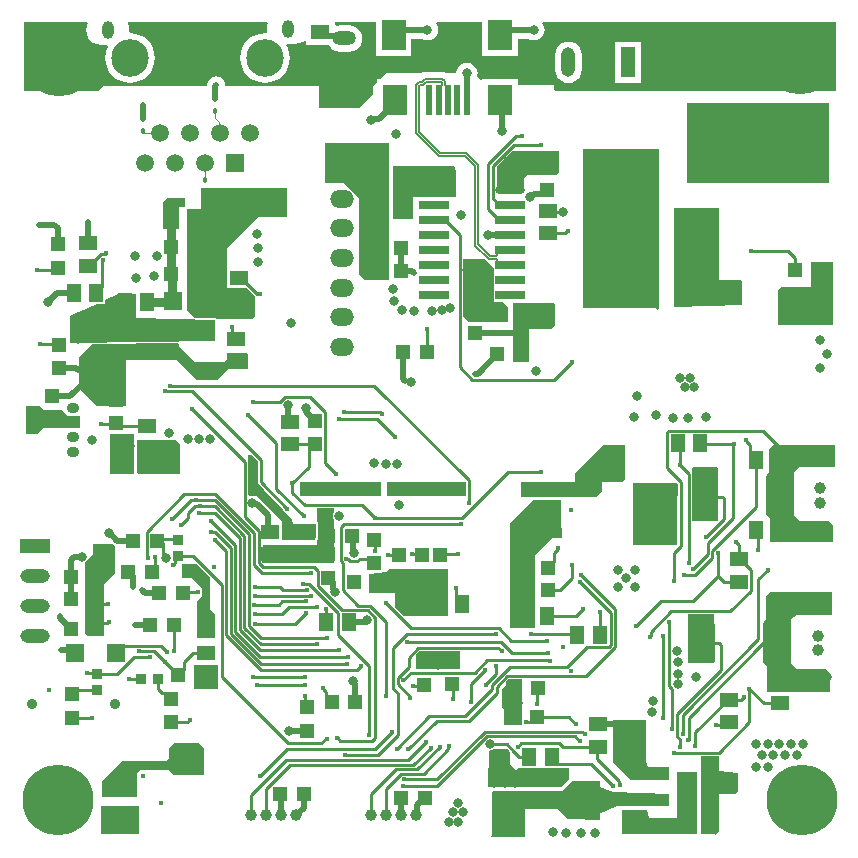
<source format=gbl>
G04*
G04 #@! TF.GenerationSoftware,Altium Limited,Altium Designer,20.0.2 (26)*
G04*
G04 Layer_Physical_Order=4*
G04 Layer_Color=16711680*
%FSLAX25Y25*%
%MOIN*%
G70*
G01*
G75*
%ADD12C,0.01000*%
%ADD27R,0.05000X0.05000*%
%ADD28R,0.05000X0.05000*%
%ADD29R,0.03500X0.03500*%
%ADD30R,0.03500X0.03500*%
%ADD31R,0.01968X0.09843*%
%ADD33R,0.05118X0.05906*%
%ADD34R,0.09449X0.12992*%
%ADD35R,0.09449X0.03937*%
%ADD37R,0.06000X0.06000*%
%ADD38R,0.15000X0.04331*%
%ADD42R,0.05906X0.05118*%
%ADD68R,0.07874X0.09843*%
%ADD71R,0.24000X0.04724*%
%ADD120C,0.05906*%
%ADD129R,0.05906X0.05906*%
%ADD130C,0.12520*%
%ADD139C,0.02000*%
%ADD140C,0.00439*%
%ADD141C,0.00569*%
%ADD148C,0.23622*%
%ADD149R,0.04724X0.09843*%
%ADD150O,0.04724X0.09843*%
%ADD151C,0.03937*%
%ADD152O,0.04134X0.03543*%
%ADD153C,0.03543*%
%ADD154R,0.09843X0.04724*%
%ADD155O,0.09843X0.04724*%
%ADD156O,0.03937X0.06000*%
%ADD157O,0.07874X0.04724*%
%ADD158O,0.07874X0.05906*%
%ADD159C,0.01772*%
%ADD160C,0.03150*%
%ADD161C,0.01772*%
%ADD174R,0.06000X0.06000*%
%ADD175R,0.08000X0.12500*%
%ADD176O,0.09843X0.02500*%
%ADD177R,0.09843X0.02500*%
G04:AMPARAMS|DCode=178|XSize=19.29mil|YSize=11.81mil|CornerRadius=1.48mil|HoleSize=0mil|Usage=FLASHONLY|Rotation=90.000|XOffset=0mil|YOffset=0mil|HoleType=Round|Shape=RoundedRectangle|*
%AMROUNDEDRECTD178*
21,1,0.01929,0.00886,0,0,90.0*
21,1,0.01634,0.01181,0,0,90.0*
1,1,0.00295,0.00443,0.00817*
1,1,0.00295,0.00443,-0.00817*
1,1,0.00295,-0.00443,-0.00817*
1,1,0.00295,-0.00443,0.00817*
%
%ADD178ROUNDEDRECTD178*%
%ADD179C,0.03000*%
%ADD180R,0.07600X0.04800*%
%ADD181R,0.08000X0.04900*%
%ADD182R,0.08300X0.08200*%
%ADD183R,0.12800X0.09300*%
%ADD184R,0.08300X0.13200*%
%ADD185R,0.15100X0.20900*%
%ADD186R,0.47500X0.26800*%
G36*
X234196Y247400D02*
X141000Y247400D01*
X140100Y248300D01*
X140400Y248600D01*
Y249600D01*
X128228D01*
Y251390D01*
X116417D01*
Y251390D01*
X116059Y251241D01*
X114761Y252539D01*
X114874Y253400D01*
X114752Y254325D01*
X114395Y255187D01*
X113827Y255927D01*
X113087Y256495D01*
X112225Y256852D01*
X111300Y256974D01*
X110375Y256852D01*
X109513Y256495D01*
X108773Y255927D01*
X108205Y255187D01*
X107848Y254325D01*
X107753Y253600D01*
X104074D01*
X103879Y253730D01*
X103000Y253905D01*
X97282D01*
X96403Y253730D01*
X96208Y253600D01*
X84600D01*
X82390Y251390D01*
X81378D01*
Y250378D01*
X80000Y249000D01*
Y246300D01*
X75500Y241800D01*
X62100D01*
Y249025D01*
X31123D01*
X30794Y249400D01*
X30692Y250175D01*
X30393Y250897D01*
X29917Y251517D01*
X29297Y251993D01*
X28575Y252292D01*
X27800Y252394D01*
X27025Y252292D01*
X26303Y251993D01*
X25683Y251517D01*
X25383Y251217D01*
X24907Y250597D01*
X24608Y249875D01*
X24506Y249100D01*
Y249025D01*
X-9975D01*
X-11600Y247400D01*
X-36483D01*
Y270583D01*
X-15307Y270583D01*
X-15054Y270083D01*
X-15480Y269056D01*
X-15649Y267772D01*
X-15480Y266487D01*
X-14984Y265290D01*
X-14195Y264262D01*
X-13167Y263473D01*
X-11970Y262977D01*
X-10685Y262808D01*
X-8716D01*
X-8602Y262793D01*
X-8339Y262408D01*
X-8310Y262280D01*
X-8639Y261664D01*
X-9109Y260113D01*
X-9268Y258500D01*
X-9109Y256887D01*
X-8639Y255336D01*
X-7875Y253906D01*
X-6847Y252654D01*
X-5593Y251625D01*
X-4164Y250861D01*
X-2613Y250391D01*
X-1000Y250232D01*
X613Y250391D01*
X2164Y250861D01*
X3593Y251625D01*
X4846Y252654D01*
X5875Y253906D01*
X6639Y255336D01*
X7109Y256887D01*
X7268Y258500D01*
X7109Y260113D01*
X6639Y261664D01*
X5875Y263093D01*
X4846Y264347D01*
X3593Y265375D01*
X2164Y266139D01*
X613Y266609D01*
X-824Y266751D01*
X-1273Y267168D01*
X-1194Y267772D01*
X-1363Y269056D01*
X-1788Y270083D01*
X-1535Y270583D01*
X44776Y270583D01*
X45054Y270167D01*
X44757Y269450D01*
X44587Y268165D01*
X44714Y267200D01*
X44306Y266738D01*
X44000Y266768D01*
X42387Y266609D01*
X40836Y266139D01*
X39406Y265375D01*
X38153Y264347D01*
X37125Y263093D01*
X36361Y261664D01*
X35891Y260113D01*
X35732Y258500D01*
X35891Y256887D01*
X36361Y255336D01*
X37125Y253906D01*
X38153Y252654D01*
X39406Y251625D01*
X40836Y250861D01*
X42387Y250391D01*
X44000Y250232D01*
X45613Y250391D01*
X47164Y250861D01*
X48594Y251625D01*
X49847Y252654D01*
X50875Y253906D01*
X51639Y255336D01*
X52109Y256887D01*
X52268Y258500D01*
X52109Y260113D01*
X51639Y261664D01*
X51084Y262702D01*
X51384Y263202D01*
X51521D01*
X51815Y263163D01*
X52109Y263202D01*
X54079D01*
X55364Y263371D01*
X56561Y263867D01*
X57130Y264304D01*
X57578Y264082D01*
Y262712D01*
X63864D01*
X64059Y262687D01*
X65241D01*
X65837Y261911D01*
X66741Y261217D01*
X67795Y260781D01*
X68925Y260632D01*
X72075D01*
X73205Y260781D01*
X74259Y261217D01*
X75164Y261911D01*
X75858Y262816D01*
X76294Y263870D01*
X76443Y265000D01*
X76294Y266130D01*
X75858Y267184D01*
X75164Y268089D01*
X74259Y268783D01*
X73205Y269219D01*
X72075Y269368D01*
X68925D01*
X67921Y269236D01*
X67421Y269537D01*
Y270583D01*
X80984D01*
Y259264D01*
X92795D01*
Y264906D01*
X96249D01*
X96380Y264805D01*
X97242Y264448D01*
X98167Y264326D01*
X99092Y264448D01*
X99954Y264805D01*
X100694Y265373D01*
X101262Y266113D01*
X101619Y266975D01*
X101741Y267900D01*
X101619Y268825D01*
X101262Y269687D01*
X100958Y270083D01*
X101205Y270583D01*
X116417D01*
Y259264D01*
X128228D01*
Y264906D01*
X131682D01*
X131813Y264805D01*
X132675Y264448D01*
X133600Y264326D01*
X134525Y264448D01*
X135387Y264805D01*
X136127Y265373D01*
X136695Y266113D01*
X137052Y266975D01*
X137174Y267900D01*
X137052Y268825D01*
X136695Y269687D01*
X136391Y270083D01*
X136638Y270583D01*
X234196Y270583D01*
Y247400D01*
D02*
G37*
G36*
X142000Y220600D02*
X140900Y219500D01*
X131400D01*
X130500Y218600D01*
Y213600D01*
X130400Y213500D01*
X121300D01*
Y222399D01*
X126401Y227500D01*
X142000D01*
Y220600D01*
D02*
G37*
G36*
X107600Y220871D02*
Y212000D01*
X93300Y212000D01*
X93300Y204800D01*
X86600Y204800D01*
Y222600D01*
X106900D01*
X107600Y220871D01*
D02*
G37*
G36*
X17300Y211800D02*
Y208700D01*
X15200D01*
Y201500D01*
X10100Y201500D01*
X10100Y210100D01*
X11200Y211900D01*
X17200D01*
X17300Y211800D01*
D02*
G37*
G36*
X85300Y223700D02*
Y221400D01*
Y184500D01*
X77200D01*
X75300Y186400D01*
Y211600D01*
X75400Y211700D01*
X70200Y216900D01*
X64000Y216900D01*
X64000Y230300D01*
X85300Y230300D01*
Y223700D01*
D02*
G37*
G36*
X195500Y190800D02*
X195300Y190600D01*
Y184600D01*
X202400D01*
X203000Y184000D01*
Y176200D01*
X202900Y176100D01*
X180657Y175608D01*
X180300Y175958D01*
Y207400D01*
Y208600D01*
X195500D01*
Y190800D01*
D02*
G37*
G36*
X165000Y228200D02*
X175200D01*
Y174807D01*
X174771Y174529D01*
X174300Y175000D01*
X150100D01*
Y228300D01*
X164900D01*
X165000Y228200D01*
D02*
G37*
G36*
X51400Y213400D02*
Y213000D01*
Y205500D01*
X41900D01*
X31500Y195100D01*
Y181800D01*
X37893D01*
X40566Y179127D01*
X40800Y178970D01*
Y172600D01*
X39700Y171500D01*
X27840D01*
X27808Y171580D01*
X27707Y171625D01*
X27630Y171704D01*
X27525Y171705D01*
X27429Y171747D01*
X20497Y171903D01*
X17900Y174500D01*
Y207300D01*
X18000Y207400D01*
X18100Y208300D01*
X22800D01*
Y215300D01*
X51400D01*
Y213400D01*
D02*
G37*
G36*
X120374Y188426D02*
Y187652D01*
X120500D01*
Y186152D01*
X120374D01*
Y182652D01*
X120500D01*
Y181152D01*
X120374D01*
Y177652D01*
X120500D01*
Y177100D01*
X123300D01*
X124900Y175500D01*
Y170600D01*
X111800D01*
X109890Y172510D01*
Y191500D01*
X117300D01*
X120374Y188426D01*
D02*
G37*
G36*
X233500Y190500D02*
X233500Y169500D01*
X215000D01*
Y181000D01*
X216000Y182000D01*
X226000D01*
Y190500D01*
X233500Y190500D01*
D02*
G37*
G36*
X-5000Y179800D02*
X1000D01*
Y171800D01*
X27417Y171206D01*
X27500Y171000D01*
X27500Y164099D01*
X-20545Y163588D01*
X-20900Y163940D01*
Y172311D01*
X-12081Y176547D01*
X-9200D01*
Y177930D01*
X-5100Y179900D01*
X-5000Y179800D01*
D02*
G37*
G36*
X140600Y176545D02*
Y169400D01*
X139500Y168300D01*
X132100D01*
X132100Y157300D01*
X126700Y157300D01*
X126700Y176700D01*
X126741Y176801D01*
X140245Y176898D01*
X140600Y176545D01*
D02*
G37*
G36*
X15500Y163074D02*
X15500Y162500D01*
X20700Y157300D01*
X30700D01*
X31400Y158000D01*
Y160100D01*
X37900D01*
X38300Y159900D01*
Y154900D01*
X31800D01*
X28200Y151300D01*
X21300D01*
X14800Y157800D01*
X-2400D01*
Y142700D01*
X-2500Y142600D01*
X-12100D01*
X-17900Y148400D01*
Y158700D01*
X-13478Y163122D01*
X15145Y163426D01*
X15500Y163074D01*
D02*
G37*
G36*
X-29600Y141000D02*
X-23700D01*
X-21900Y139200D01*
X-17790D01*
Y135455D01*
X-18145Y135103D01*
X-29899Y135201D01*
X-32000Y133100D01*
X-35800D01*
X-35800Y142600D01*
X-31100Y142600D01*
X-29600Y141000D01*
D02*
G37*
G36*
X15600Y129800D02*
Y119900D01*
X1900Y119900D01*
X1400Y120400D01*
Y130900D01*
X1500Y131000D01*
X14400D01*
X15600Y129800D01*
D02*
G37*
G36*
X164000Y118000D02*
X163000Y117000D01*
X156500D01*
Y114000D01*
X154500Y112000D01*
X129500D01*
Y117000D01*
X147500D01*
Y120000D01*
X157000Y129500D01*
X164000D01*
Y118000D01*
D02*
G37*
G36*
X195100Y121900D02*
Y104400D01*
X194900Y104200D01*
X186400D01*
Y121900D01*
X186800Y122300D01*
X194700D01*
X195100Y121900D01*
D02*
G37*
G36*
X41555Y124044D02*
Y117225D01*
X41633Y116835D01*
X41854Y116504D01*
X43600Y114758D01*
Y114400D01*
X50109Y107891D01*
X50195Y107459D01*
X50501Y107001D01*
X50959Y106695D01*
X51391Y106609D01*
X52100Y105900D01*
X53050Y104950D01*
X53400Y103300D01*
X60800D01*
Y99000D01*
X61000Y98800D01*
X60600Y98400D01*
Y97800D01*
X49800D01*
Y104000D01*
X41300Y112500D01*
X39100D01*
X38500Y113100D01*
Y126200D01*
X39399D01*
X41555Y124044D01*
D02*
G37*
G36*
X234000Y122000D02*
X222500D01*
X220500Y120500D01*
Y106000D01*
X222500Y104000D01*
X232000D01*
X233500Y102500D01*
Y97000D01*
X212500D01*
Y105000D01*
X211500Y106000D01*
X211000D01*
Y118833D01*
X212000Y120500D01*
Y128000D01*
X213500Y129500D01*
X234000D01*
Y122000D01*
D02*
G37*
G36*
X67100Y107221D02*
X66691Y106609D01*
X66530Y105800D01*
X66691Y104990D01*
X67100Y104379D01*
X67100Y90000D01*
X43476Y90000D01*
X42957Y90519D01*
X43174Y96100D01*
X61000D01*
X61500Y96600D01*
Y97937D01*
X61700D01*
Y103937D01*
X61500D01*
Y108467D01*
X67100D01*
Y107221D01*
D02*
G37*
G36*
X104900Y72500D02*
X98800D01*
X90500Y72400D01*
X87500Y75400D01*
Y80200D01*
X78800D01*
Y86400D01*
X78841Y86513D01*
X84200Y87000D01*
X85300Y88100D01*
X104900D01*
Y72500D01*
D02*
G37*
G36*
X142800Y101900D02*
X143000Y101700D01*
Y98600D01*
X139900D01*
X134000Y92700D01*
Y68441D01*
X133900Y68400D01*
X125800D01*
Y103600D01*
X133300Y111100D01*
X142800D01*
Y101900D01*
D02*
G37*
G36*
X-6000Y95800D02*
X-6000Y86800D01*
X-9500Y83300D01*
Y66157D01*
X-9857Y65806D01*
X-15200Y65900D01*
X-16100Y66800D01*
Y90344D01*
X-16091Y90346D01*
X-15404Y90804D01*
X-14946Y91490D01*
X-14930Y91570D01*
X-13400Y93100D01*
Y96400D01*
X-6600D01*
X-6000Y95800D01*
D02*
G37*
G36*
X21199Y89900D02*
X25600Y85499D01*
X25600Y74600D01*
X27200Y73000D01*
X27200Y65200D01*
X21500Y65200D01*
X21500Y77400D01*
X23100Y79000D01*
Y80435D01*
X23113Y80500D01*
X23100Y80565D01*
Y81800D01*
X19800Y85100D01*
X16200D01*
Y89900D01*
X21199Y89900D01*
D02*
G37*
G36*
X193800Y56900D02*
X193600Y56700D01*
X185100D01*
Y72995D01*
X193800D01*
Y56900D01*
D02*
G37*
G36*
X108900Y55000D02*
X108545Y54645D01*
X108055D01*
X108000Y54700D01*
X94400D01*
Y59709D01*
X95546Y60855D01*
X108900D01*
Y55000D01*
D02*
G37*
G36*
X233000Y72900D02*
X221500D01*
X219500Y71400D01*
Y56900D01*
X221500Y54900D01*
X231000D01*
X232500Y53400D01*
Y47000D01*
X211500D01*
Y55900D01*
X210500Y56900D01*
X210000D01*
Y69733D01*
X211000Y71400D01*
Y78900D01*
X212500Y80400D01*
X233000D01*
Y72900D01*
D02*
G37*
G36*
X129700Y37919D02*
X129648Y37841D01*
X129540Y37300D01*
X129648Y36759D01*
X129700Y36681D01*
Y36200D01*
X129617Y36000D01*
X123600D01*
Y41500D01*
X122900Y42200D01*
X122900Y48000D01*
X124300Y49400D01*
Y50509D01*
X125111Y51320D01*
X129700D01*
Y37919D01*
D02*
G37*
G36*
X23700Y28500D02*
Y19500D01*
X13700D01*
X11900Y21300D01*
X2600Y21300D01*
X1500Y20200D01*
X1500Y12100D01*
X-5100D01*
X-5200Y12200D01*
X-10200D01*
Y17600D01*
X-3600Y24200D01*
X11000D01*
X12100Y25300D01*
Y28400D01*
X14000Y30300D01*
X21900D01*
X23700Y28500D01*
D02*
G37*
G36*
X171000Y23950D02*
X171683Y22300D01*
X178548Y22300D01*
X178914Y21889D01*
X178900Y21800D01*
X178800Y21700D01*
Y17900D01*
X168200Y17900D01*
X165800Y17900D01*
X160000Y23700D01*
X160000Y37000D01*
X159800Y37200D01*
X160007Y37700D01*
X171000D01*
X171000Y23950D01*
D02*
G37*
G36*
X125400Y27541D02*
Y23400D01*
X127700Y21100D01*
X128400Y21800D01*
X145500Y21800D01*
X145500Y18000D01*
X142900Y15400D01*
X118804Y15400D01*
X118321Y15867D01*
X118755Y27491D01*
X119000Y27685D01*
X119809Y27846D01*
X120190Y28100D01*
X124841D01*
X125400Y27541D01*
D02*
G37*
G36*
X188000Y300D02*
X187693Y-100D01*
X163200D01*
X162900Y276D01*
Y7800D01*
X171100D01*
X171365Y7725D01*
X171959Y5200D01*
X181400D01*
Y20400D01*
X188000D01*
Y300D01*
D02*
G37*
G36*
X151216Y17400D02*
X151316Y17300D01*
X155700D01*
Y15600D01*
X155659Y15560D01*
X160102Y13719D01*
X178800Y13000D01*
X178800Y9100D01*
X161456Y9100D01*
X155299Y6550D01*
X155600Y6249D01*
Y4600D01*
X150933D01*
X150833Y4700D01*
X145000Y4700D01*
X141500Y8200D01*
X141300Y8000D01*
X130550D01*
X130600Y7950D01*
Y-1200D01*
X119707D01*
X119500Y-700D01*
X119800Y-400D01*
Y13700D01*
X120200Y14100D01*
X143000D01*
X146300Y17400D01*
X151216Y17400D01*
D02*
G37*
G36*
X195400Y25696D02*
Y20859D01*
X201800Y20259D01*
X201800Y14300D01*
X200600Y13100D01*
X195400D01*
Y700D01*
X194300Y-400D01*
X194100Y-200D01*
X189500D01*
Y25795D01*
X195280D01*
X195400Y25696D01*
D02*
G37*
%LPC*%
G36*
X169173Y263890D02*
X160512D01*
Y250110D01*
X169173D01*
Y263890D01*
D02*
G37*
G36*
X145158Y263927D02*
X144027Y263778D01*
X142973Y263342D01*
X142069Y262648D01*
X141375Y261743D01*
X140938Y260690D01*
X140789Y259559D01*
Y254441D01*
X140938Y253310D01*
X141375Y252257D01*
X142069Y251352D01*
X142973Y250658D01*
X144027Y250222D01*
X145158Y250073D01*
X146288Y250222D01*
X147342Y250658D01*
X148246Y251352D01*
X148940Y252257D01*
X149377Y253310D01*
X149525Y254441D01*
Y259559D01*
X149377Y260690D01*
X148940Y261743D01*
X148246Y262648D01*
X147342Y263342D01*
X146288Y263778D01*
X145158Y263927D01*
D02*
G37*
%LPD*%
D12*
X21900Y106700D02*
X27488D01*
X35614Y98573D01*
X118374Y208152D02*
Y223037D01*
Y208152D02*
X122124Y204402D01*
Y209402D02*
X125795D01*
X119874Y211652D02*
X122124Y209402D01*
X119874Y211652D02*
Y222415D01*
X122124Y204402D02*
X125795D01*
X12400Y149300D02*
X80472D01*
X19641Y147400D02*
X42575Y124467D01*
X10600Y147400D02*
X19641D01*
X49882Y81218D02*
X57931D01*
X48900Y82200D02*
X49882Y81218D01*
X64300Y70539D02*
Y74800D01*
Y70539D02*
X64400Y70439D01*
X58664Y83152D02*
X68381Y73435D01*
X61600Y82338D02*
X69586Y74352D01*
X61600Y82338D02*
Y87467D01*
X69586Y74352D02*
X78289D01*
X56948Y83152D02*
X58664D01*
X68381Y66185D02*
Y73435D01*
X58687Y79280D02*
X58719Y79248D01*
X40620Y79280D02*
X58687D01*
X49624Y77374D02*
X57674D01*
X48550Y76300D02*
X49624Y77374D01*
X40600Y79300D02*
X40620Y79280D01*
X58719Y79248D02*
X59152D01*
X59300Y79100D01*
X90100Y15700D02*
X101259D01*
X101359Y15800D01*
X127790Y232452D02*
X129652D01*
X119874Y222415D02*
X126959Y229500D01*
X118374Y223037D02*
X127790Y232452D01*
X159200Y62733D02*
Y73400D01*
X148948Y83652D02*
X159200Y73400D01*
X149393Y85984D02*
X160699Y74677D01*
Y62111D02*
Y74677D01*
X150927Y52339D02*
X160699Y62111D01*
X124689Y52339D02*
X150927D01*
X151189Y62147D02*
X158614D01*
X159200Y62733D01*
X155640Y73632D02*
X155755Y73747D01*
X178001Y133667D02*
X178587Y134252D01*
X209941D02*
X215241Y128952D01*
X178587Y134252D02*
X209941D01*
X178001Y121913D02*
X182701Y117213D01*
X180216Y93401D02*
X182701Y95887D01*
Y117213D01*
X178001Y121913D02*
Y133667D01*
X205852Y80886D02*
Y87781D01*
X172548Y65748D02*
Y67143D01*
X179419Y74015D02*
X198981D01*
X202293Y91340D02*
X205852Y87781D01*
X208500Y84700D02*
X211600Y87800D01*
X208500Y64650D02*
Y84700D01*
X183300Y39450D02*
X208500Y64650D01*
X178686Y49073D02*
X179600Y48159D01*
X178686Y49073D02*
Y70614D01*
X205486Y48114D02*
X210280Y43320D01*
X195280Y26814D02*
X205486Y37020D01*
X180586Y26814D02*
X195280D01*
X205400Y48200D02*
X205486Y48114D01*
X187400Y33734D02*
X198306Y44640D01*
X187400Y29000D02*
Y33734D01*
X180500Y26900D02*
X180586Y26814D01*
X185186Y38586D02*
X210000Y63400D01*
X181486Y39757D02*
X196086Y54357D01*
X185000Y31000D02*
X185186Y31186D01*
X183300Y33000D02*
Y39450D01*
X181486Y33919D02*
Y39757D01*
X181414Y33847D02*
X181486Y33919D01*
X181414Y32219D02*
Y33847D01*
X179600Y34700D02*
Y48159D01*
X181414Y32219D02*
X182200Y31433D01*
Y28700D02*
Y31433D01*
X93486Y22886D02*
X99200Y28600D01*
X44421Y6000D02*
Y14836D01*
X51114Y24414D02*
X91714D01*
X39500Y12800D02*
X51114Y24414D01*
X39500Y6000D02*
Y12800D01*
X51486Y28186D02*
X80786D01*
X42300Y19000D02*
X51486Y28186D01*
X15000Y92450D02*
X15150Y92600D01*
X14036Y91486D02*
X15000Y92450D01*
X62791Y30000D02*
X64391Y31600D01*
X51609Y30000D02*
X62791D01*
X29614Y51995D02*
X51609Y30000D01*
X57237Y109487D02*
X76313D01*
X53100Y113624D02*
X57237Y109487D01*
X53100Y113624D02*
Y116800D01*
X69214Y90819D02*
Y101992D01*
Y90819D02*
X69875Y90158D01*
Y81074D02*
X75096Y75852D01*
X70322Y103100D02*
X109500D01*
X75096Y75852D02*
X78910D01*
X69875Y81074D02*
Y90158D01*
X88214Y49695D02*
Y51781D01*
Y49695D02*
X92400Y45509D01*
X86714Y61781D02*
X91433Y66500D01*
X86714Y48223D02*
Y61781D01*
Y48223D02*
X88186Y46752D01*
X88214Y51781D02*
X91844Y55411D01*
X84300Y45800D02*
Y70463D01*
X78910Y75852D02*
X84300Y70463D01*
X81567Y26300D02*
X88186Y32919D01*
X70600Y26300D02*
X81567D01*
X88186Y32919D02*
Y46752D01*
X101359Y15800D02*
X117933Y32375D01*
X90200Y18000D02*
X101437D01*
X84421Y14888D02*
X89419Y19886D01*
X96903D01*
X105052Y28036D01*
X87586Y21386D02*
X94786D01*
X102300Y28900D01*
X91714Y24414D02*
X97700Y30400D01*
X105052Y28036D02*
Y28952D01*
X105200Y29100D01*
X84421Y6000D02*
Y14888D01*
X101437Y18000D02*
X117312Y33875D01*
X79500Y13300D02*
X87586Y21386D01*
X79500Y6000D02*
Y13300D01*
X112600Y49700D02*
X117500Y54600D01*
X112600Y43700D02*
Y49700D01*
X153965Y28935D02*
X154420Y28480D01*
X142066Y30100D02*
X143231Y28935D01*
X129481Y30100D02*
X142066D01*
X128215Y28834D02*
X129481Y30100D01*
X147169Y32375D02*
X148723Y30821D01*
X117933Y32375D02*
X147169D01*
X149834Y33875D02*
X150514Y33195D01*
X117312Y33875D02*
X149834D01*
X124583Y29800D02*
X126820Y27563D01*
X119000Y29800D02*
X124583D01*
X128775Y25607D02*
X132152D01*
X126820Y27563D02*
X128775Y25607D01*
X126820Y27563D02*
Y27563D01*
X57300Y42738D02*
Y45800D01*
X63400Y48109D02*
Y48318D01*
X42648Y56600D02*
X71200D01*
X32614Y66634D02*
X42648Y56600D01*
X43013Y86900D02*
X59500D01*
X40348Y89566D02*
X43013Y86900D01*
X60281Y88786D02*
X61600Y87467D01*
X43249Y88786D02*
X60281D01*
X41848Y90187D02*
X43249Y88786D01*
X78500Y91600D02*
X80500Y89600D01*
X72434Y90825D02*
X74766D01*
X75541Y91600D02*
X78500D01*
X74766Y90825D02*
X75541Y91600D01*
X71659D02*
X72434Y90825D01*
X71100Y91600D02*
X71659D01*
X193127Y91860D02*
Y94094D01*
X187466Y86199D02*
X193127Y91860D01*
X183801Y86199D02*
X187466D01*
X183800Y86200D02*
X183801Y86199D01*
X191627Y96660D02*
X200000Y105033D01*
X191627Y93027D02*
Y96660D01*
X193127Y94094D02*
X207760Y108727D01*
X186685Y88085D02*
X191627Y93027D01*
X147500Y36600D02*
X147657D01*
X145400Y38700D02*
X147500Y36600D01*
X205486Y37020D02*
Y48114D01*
X185186Y31186D02*
Y38586D01*
X152653Y23147D02*
X160000Y15800D01*
X141700Y23147D02*
X152653D01*
X40800Y82200D02*
X48900D01*
X38614Y69119D02*
Y99816D01*
X37114Y68498D02*
Y99195D01*
X35614Y67876D02*
Y98573D01*
X34114Y67255D02*
Y96286D01*
X32614Y66634D02*
Y95153D01*
X31114Y66012D02*
Y93986D01*
X29614Y51995D02*
Y82927D01*
X19941Y92600D02*
X29614Y82927D01*
X14036Y90136D02*
Y91486D01*
X13500Y89600D02*
X14036Y90136D01*
X10037Y93244D02*
X11461Y91820D01*
X11100Y91800D02*
X11441D01*
X11461Y91820D01*
X10037Y93244D02*
Y96625D01*
X27230Y111200D02*
X38614Y99816D01*
Y69119D02*
X42533Y65200D01*
X27309Y109000D02*
X37114Y99195D01*
Y68498D02*
X42612Y63000D01*
X35614Y67876D02*
X42490Y61000D01*
X34114Y67255D02*
X42469Y58900D01*
X27423Y100344D02*
X32614Y95153D01*
X27200Y97900D02*
X31114Y93986D01*
Y66012D02*
X42706Y54421D01*
X26044Y100344D02*
X27423D01*
X41848Y90187D02*
Y100825D01*
X37225Y105448D02*
X41848Y100825D01*
X27466Y113086D02*
X40348Y100204D01*
Y89566D02*
Y100204D01*
X15150Y92600D02*
X19941D01*
X80472Y149300D02*
X112096Y117676D01*
Y110406D02*
Y117676D01*
X111990Y110300D02*
X112096Y110406D01*
X59076Y145475D02*
X64100Y140451D01*
X50533Y145475D02*
X59076D01*
X48859Y143800D02*
X50533Y145475D01*
X39900Y143800D02*
X48859D01*
X64100Y123500D02*
Y140451D01*
X70400Y140500D02*
X82400D01*
X83000Y139900D01*
X51500Y108000D02*
Y108300D01*
X42575Y117225D02*
X51500Y108300D01*
X47663Y114938D02*
Y130209D01*
X11400Y60600D02*
X11500D01*
X9370Y62630D02*
X11400Y60600D01*
X-3102Y62630D02*
X9370D01*
X-5751Y59980D02*
X-3102Y62630D01*
X13800Y60900D02*
Y69132D01*
X13598Y69335D02*
X13800Y69132D01*
X13598Y69335D02*
X13700Y69437D01*
X18442Y106658D02*
X20783Y109000D01*
X26100Y104300D02*
X34114Y96286D01*
X40600Y69800D02*
X53900D01*
X40500Y76300D02*
X48550D01*
X40600Y73000D02*
X49686D01*
X37225Y105448D02*
Y123866D01*
X13100Y104700D02*
X19452Y111052D01*
X20783Y109000D02*
X22200D01*
X17109Y113086D02*
X27466D01*
X4537Y100514D02*
X17109Y113086D01*
X4537Y92263D02*
Y100514D01*
Y92263D02*
X5100Y91700D01*
X22200Y109000D02*
X27309D01*
X121000Y52992D02*
Y55900D01*
X117700Y49692D02*
X121000Y52992D01*
X118019Y57786D02*
X138708D01*
X113858Y53625D02*
X118019Y57786D01*
X138708D02*
X139147Y57347D01*
X95124Y61875D02*
X121825D01*
X91844Y58595D02*
X95124Y61875D01*
X91844Y55411D02*
Y58595D01*
X121825Y61875D02*
X123000Y60700D01*
X122767Y63900D02*
X126367Y60300D01*
X138400D01*
X91500Y63900D02*
X122767D01*
X140300Y151200D02*
X146200Y157100D01*
X113072Y151200D02*
X140300D01*
X108871Y155401D02*
X113072Y151200D01*
X108871Y155401D02*
Y199407D01*
X78289Y74352D02*
X80686Y71956D01*
Y31919D02*
Y71956D01*
X69095Y30814D02*
X79581D01*
X68209Y31700D02*
X69095Y30814D01*
X79581D02*
X80686Y31919D01*
X52472Y22886D02*
X93486D01*
X102500Y92537D02*
X103163Y93200D01*
X21100Y111200D02*
X27230D01*
X44421Y14836D02*
X52472Y22886D01*
X92400Y45300D02*
Y45509D01*
X19691Y141400D02*
X37225Y123866D01*
X207760Y108727D02*
Y124500D01*
X42469Y58900D02*
X71700D01*
X119586Y48019D02*
Y49358D01*
X88000Y28300D02*
X98735Y39035D01*
X110602D01*
X143231Y28935D02*
X153965D01*
X126959Y229500D02*
X135900D01*
X8656Y98006D02*
X10037Y96625D01*
X103163Y93200D02*
X108400D01*
X-12259Y180000D02*
X-10200Y182059D01*
Y190691D01*
X-10000Y190891D01*
Y191100D01*
X133238Y37300D02*
X134637Y38700D01*
X134700Y43300D02*
Y49137D01*
X41500Y49500D02*
X57400D01*
X121881Y68386D02*
X126167Y64100D01*
X84400Y76700D02*
X92714Y68386D01*
X121881D01*
X126167Y64100D02*
X138100D01*
X111923Y37535D02*
X121310Y46923D01*
X144503Y55461D02*
X151189Y62147D01*
X154600Y24901D02*
X162152Y17348D01*
X154600Y24901D02*
Y28300D01*
X148723Y30821D02*
X148931D01*
X125689Y55461D02*
X144503D01*
X121310Y48961D02*
X124689Y52339D01*
X130953Y37300D02*
X133238D01*
X53900Y69800D02*
X57600Y73500D01*
X42612Y63000D02*
X61200D01*
X42706Y54421D02*
X74512D01*
X42490Y61000D02*
X68800D01*
X42533Y65200D02*
X64600D01*
X52086Y75400D02*
X61200D01*
X49686Y73000D02*
X52086Y75400D01*
X147860Y66400D02*
X148160Y66100D01*
X57346Y52053D02*
X57383Y52017D01*
X191100Y98800D02*
X197086Y104786D01*
X176675Y38725D02*
Y65625D01*
X162152Y16148D02*
X162300Y16000D01*
X117700Y49600D02*
Y49692D01*
X42152Y179848D02*
X42300Y179700D01*
X35894Y185240D02*
X41287Y179848D01*
X132700Y66400D02*
X147860D01*
X106700Y44700D02*
Y49362D01*
X-10863Y76400D02*
X-8200D01*
X38400Y139473D02*
X47663Y130209D01*
Y114938D02*
X56927Y105675D01*
X191200Y112300D02*
X196500D01*
X-12663Y68200D02*
X-10663Y70200D01*
X64100Y123500D02*
X67800Y119800D01*
X53100Y116800D02*
X58600Y122300D01*
Y127663D02*
X60600Y129663D01*
X58600Y122300D02*
Y127663D01*
X52500Y129760D02*
X60503D01*
X60600Y129663D01*
X81400Y138200D02*
X87400Y132200D01*
X68800Y138200D02*
X81400D01*
X67200Y80600D02*
X67300Y80500D01*
X64391Y31600D02*
X64600D01*
X90100Y51000D02*
X92725Y53625D01*
X113858D01*
X93200Y49300D02*
X97064D01*
X69214Y101992D02*
X70322Y103100D01*
X80500Y97937D02*
X80800Y97636D01*
Y94300D02*
Y97636D01*
X91433Y66500D02*
X121100D01*
X103876Y204402D02*
X108871Y199407D01*
X80786Y28186D02*
X86300Y33700D01*
X68000Y31700D02*
X68209D01*
X121310Y46923D02*
Y48961D01*
X101335Y37535D02*
X111923D01*
X91800Y28000D02*
X101335Y37535D01*
X110602Y39035D02*
X119586Y48019D01*
X146300Y85062D02*
Y89500D01*
X138337Y81100D02*
X142337D01*
X78800Y32700D02*
Y55767D01*
X119586Y49358D02*
X125689Y55461D01*
X142337Y81100D02*
X146300Y85062D01*
X19600Y141400D02*
X19691D01*
X84900Y92700D02*
X88363D01*
X88600Y92937D01*
X92900Y93000D02*
X96338D01*
X68381Y66185D02*
X78800Y55767D01*
X80600Y105200D02*
X109557D01*
X124857Y120500D01*
X76313Y109487D02*
X80600Y105200D01*
X124857Y120500D02*
X135900D01*
X56800Y83300D02*
X56948Y83152D01*
X75891Y55800D02*
X76100D01*
X74512Y54421D02*
X75891Y55800D01*
X132152Y25607D02*
X132160Y25600D01*
X16100Y102800D02*
X18442Y105142D01*
Y106658D01*
X-10670Y193196D02*
X-9304D01*
X-15000Y189260D02*
X-14606D01*
X35500Y185240D02*
X35894D01*
X41287Y179848D02*
X42152D01*
X42575Y117225D02*
Y124467D01*
X107599Y78441D02*
Y81700D01*
Y78441D02*
X109540Y76500D01*
X8656Y98006D02*
X14944D01*
X6337Y87200D02*
X7400Y88262D01*
X40090Y52090D02*
X40126Y52053D01*
X20047Y60259D02*
X24900D01*
X17063Y57276D02*
X20047Y60259D01*
X40126Y52053D02*
X57346D01*
X41400Y49400D02*
X41500Y49500D01*
X64263Y45800D02*
X66263Y43800D01*
X64263Y45800D02*
Y47246D01*
X63400Y48109D02*
X64263Y47246D01*
X57400Y49500D02*
X57500Y49600D01*
X19452Y111052D02*
X20952D01*
X21100Y111200D01*
X89363Y11700D02*
X89643Y11421D01*
X-12663Y78200D02*
X-10863Y76400D01*
X49000Y13000D02*
X49343Y12657D01*
X-10663Y70200D02*
X-8616D01*
X196500Y112300D02*
X197086Y111714D01*
X57300Y42738D02*
X58000Y42037D01*
X96338Y93000D02*
X96500Y92837D01*
X176550Y38600D02*
X176675Y38725D01*
Y65625D02*
X176800Y65750D01*
X139640Y25206D02*
Y25600D01*
Y25206D02*
X141700Y23147D01*
X154420Y28480D02*
X154900Y28960D01*
X162152Y16148D02*
Y17348D01*
X134637Y38700D02*
X145400D01*
X176124Y77524D02*
X186824D01*
X167800Y69200D02*
X176124Y77524D01*
X139000Y207000D02*
X143500D01*
X198306Y44640D02*
X202658D01*
X196086Y54357D02*
Y62814D01*
X210000Y63400D02*
X215000D01*
X203518Y45500D02*
X203600D01*
X195500Y63400D02*
X196086Y62814D01*
X190000Y63400D02*
X195500D01*
X186824Y77524D02*
X195000Y85700D01*
Y93300D02*
X195013Y93313D01*
X172548Y67143D02*
X179419Y74015D01*
X210280Y43320D02*
X215800D01*
X202658Y44640D02*
X203518Y45500D01*
X197640Y36100D02*
X198700Y37159D01*
X194500Y36100D02*
X197640D01*
X172400Y65600D02*
X172548Y65748D01*
X195000Y85700D02*
Y93300D01*
X7400Y88262D02*
Y92200D01*
X17063Y54700D02*
Y57276D01*
X15186Y52823D02*
X17063Y54700D01*
X10700Y57063D02*
X14940Y52823D01*
X-8616Y70200D02*
X-8262Y70553D01*
X16736Y80500D02*
X21700D01*
X16537Y80300D02*
X16736Y80500D01*
X13637Y69500D02*
X13700Y69437D01*
X14940Y52823D02*
X15186D01*
X7056Y60744D02*
X10700Y57100D01*
X-20200Y38563D02*
X-20006Y38368D01*
X-13600D01*
X-18887Y47750D02*
X-12100D01*
X-20200Y46437D02*
X-18887Y47750D01*
X12700Y37063D02*
X18054D01*
X18891Y37900D01*
X19100D01*
X8300Y48250D02*
Y51500D01*
X9613Y46937D02*
X10700D01*
X12700Y44937D01*
X8300Y48250D02*
X9613Y46937D01*
X-12450Y53600D02*
X-11850Y53000D01*
X-15400Y53600D02*
X-12450D01*
X483Y58800D02*
X5700D01*
X-5317Y53000D02*
X483Y58800D01*
X-11850Y53000D02*
X-5317D01*
X1865Y60744D02*
X7056D01*
X10700Y57063D02*
Y57100D01*
X2700Y51600D02*
X2800Y51500D01*
X-1300Y51600D02*
X2700D01*
X-5936Y136600D02*
X-5276Y135940D01*
X4600D01*
X-10700Y136600D02*
X-5936D01*
X191000Y112500D02*
X191200Y112300D01*
X189041Y129800D02*
X200300D01*
X200000Y105033D02*
Y130000D01*
X215241Y124500D02*
Y128952D01*
X201900Y91340D02*
X202293D01*
X198981Y74015D02*
X205852Y80886D01*
X138140Y72600D02*
X147800D01*
X149900Y74700D01*
X155640Y66100D02*
Y73632D01*
X180216Y84016D02*
Y93401D01*
X182000Y123000D02*
X185200Y119800D01*
Y90000D02*
Y119800D01*
X195000Y85700D02*
X196841Y83859D01*
X201900D01*
X205701Y126559D02*
Y129590D01*
X204500Y130791D02*
Y131000D01*
Y130791D02*
X205701Y129590D01*
X201900Y91340D02*
Y96192D01*
X201100Y96991D02*
X201900Y96192D01*
X201100Y96991D02*
Y97200D01*
X207759Y101000D02*
X208300Y100460D01*
Y94500D02*
Y100460D01*
X181560Y130300D02*
X182300Y129560D01*
Y122800D02*
Y129560D01*
X205701Y126559D02*
X207760Y124500D01*
X206000Y194000D02*
X218363D01*
X220563Y187800D02*
Y191800D01*
X138337Y88600D02*
X140337Y90600D01*
Y93528D01*
X141600Y94791D01*
Y95000D01*
X218363Y194000D02*
X220563Y191800D01*
X129652Y232452D02*
X129800Y232600D01*
X97937Y160400D02*
X98100Y160562D01*
Y168000D01*
X106400Y49663D02*
X106700Y49362D01*
X100205Y204402D02*
X103876D01*
X197086Y104786D02*
Y111714D01*
X138500Y207500D02*
X139000Y207000D01*
X-8262Y70553D02*
X-8054D01*
X138500Y200020D02*
X144011D01*
X144791Y200800D01*
X145000D01*
X33100Y166141D02*
X34500Y164741D01*
X33100Y166141D02*
Y168900D01*
X-24562Y163000D02*
X-24500Y162937D01*
X-31000Y163000D02*
X-24562D01*
X-25759Y187800D02*
X-25000Y188559D01*
X-32100Y187800D02*
X-25759D01*
X-14606Y189260D02*
X-10670Y193196D01*
X-9304D02*
X-9156Y193344D01*
D27*
X-1200Y14437D02*
D03*
Y6563D02*
D03*
X97000Y49463D02*
D03*
Y57337D02*
D03*
X131500Y18937D02*
D03*
Y11063D02*
D03*
X139500Y18937D02*
D03*
Y11063D02*
D03*
X-20200Y46437D02*
D03*
Y38563D02*
D03*
X12700Y44937D02*
D03*
Y37063D02*
D03*
X-7600Y6763D02*
D03*
Y14637D02*
D03*
X-5500Y136763D02*
D03*
Y144637D02*
D03*
X-26900Y145737D02*
D03*
Y137863D02*
D03*
X52400Y100837D02*
D03*
Y92963D02*
D03*
X58700Y100937D02*
D03*
Y93063D02*
D03*
X65100Y85263D02*
D03*
Y93137D02*
D03*
X96500Y84963D02*
D03*
Y92837D02*
D03*
X106400Y57537D02*
D03*
Y49663D02*
D03*
X102500Y84863D02*
D03*
Y92737D02*
D03*
X58000Y34163D02*
D03*
Y42037D02*
D03*
X80500Y97937D02*
D03*
Y90063D02*
D03*
X88600Y85063D02*
D03*
Y92937D02*
D03*
X60600Y137537D02*
D03*
Y129663D02*
D03*
X138000Y222437D02*
D03*
Y214563D02*
D03*
X114000Y174837D02*
D03*
Y166963D02*
D03*
X-7000Y160477D02*
D03*
Y168351D02*
D03*
X2500Y160477D02*
D03*
Y168351D02*
D03*
X12500Y160477D02*
D03*
Y168351D02*
D03*
X-25000Y196433D02*
D03*
Y188559D02*
D03*
X-24500Y155063D02*
D03*
Y162937D02*
D03*
D28*
X-1537Y87200D02*
D03*
X6337D02*
D03*
X8037Y97600D02*
D03*
X163D02*
D03*
X-20537Y78200D02*
D03*
X-12663D02*
D03*
X12649Y204000D02*
D03*
X20523D02*
D03*
X66263Y43800D02*
D03*
X74137D02*
D03*
X228437Y187800D02*
D03*
X220563D02*
D03*
X192437Y2500D02*
D03*
X184563D02*
D03*
X192437Y9600D02*
D03*
X184563D02*
D03*
X16537Y80300D02*
D03*
X8663D02*
D03*
X13637Y69500D02*
D03*
X5763D02*
D03*
X-20537Y68200D02*
D03*
X-12663D02*
D03*
X-20537Y85600D02*
D03*
X-12663D02*
D03*
X15063Y52700D02*
D03*
X22937D02*
D03*
X-3237Y122600D02*
D03*
X4637D02*
D03*
X72937Y99300D02*
D03*
X65063D02*
D03*
X81437Y83800D02*
D03*
X73563D02*
D03*
X56874Y13000D02*
D03*
X49000D02*
D03*
X97237Y11700D02*
D03*
X89363D02*
D03*
X126763Y38700D02*
D03*
X134637D02*
D03*
X127163Y48400D02*
D03*
X135037D02*
D03*
X130463Y88600D02*
D03*
X138337D02*
D03*
X130463Y81100D02*
D03*
X138337D02*
D03*
X89437Y195000D02*
D03*
X81563D02*
D03*
X81563Y187500D02*
D03*
X89437D02*
D03*
X130237Y173100D02*
D03*
X122363D02*
D03*
X129337Y159900D02*
D03*
X121463D02*
D03*
X90063Y160400D02*
D03*
X97937D02*
D03*
X90237Y214900D02*
D03*
X82363D02*
D03*
X20523Y186500D02*
D03*
X12649D02*
D03*
X20523Y195500D02*
D03*
X12649D02*
D03*
D29*
X15000Y92450D02*
D03*
Y97950D02*
D03*
X-12100Y47750D02*
D03*
Y53250D02*
D03*
D30*
X8300Y51500D02*
D03*
X2800D02*
D03*
D31*
X98701Y244500D02*
D03*
X101850D02*
D03*
X105000D02*
D03*
X108150D02*
D03*
X111299D02*
D03*
D33*
X64460Y70400D02*
D03*
X71940D02*
D03*
X109540Y76500D02*
D03*
X102059D02*
D03*
X132160Y25600D02*
D03*
X139640D02*
D03*
X148160Y66100D02*
D03*
X155640D02*
D03*
X138140Y72600D02*
D03*
X130659D02*
D03*
X207760Y124500D02*
D03*
X215241D02*
D03*
X181560Y130300D02*
D03*
X189041D02*
D03*
X215240Y101000D02*
D03*
X207759D02*
D03*
X-19740Y180000D02*
D03*
X-12259D02*
D03*
X-2740Y177000D02*
D03*
X4741D02*
D03*
D34*
X151000Y11000D02*
D03*
D35*
X173835Y20055D02*
D03*
X173835Y11000D02*
D03*
X173835Y1945D02*
D03*
D37*
X184649Y17280D02*
D03*
X198149D02*
D03*
X-19251Y59980D02*
D03*
X-5751D02*
D03*
X13249Y177480D02*
D03*
X26749D02*
D03*
D38*
X174201Y114600D02*
D03*
X136799D02*
D03*
X158099Y178400D02*
D03*
X195501D02*
D03*
X157499Y223600D02*
D03*
X194901D02*
D03*
D42*
X198700Y44640D02*
D03*
Y37159D02*
D03*
X215800Y50800D02*
D03*
Y43320D02*
D03*
X52500Y137240D02*
D03*
Y129760D02*
D03*
X24500Y67740D02*
D03*
Y60259D02*
D03*
X4600Y135940D02*
D03*
Y128460D02*
D03*
X45800Y93160D02*
D03*
X45800Y100640D02*
D03*
X154900Y36440D02*
D03*
Y28960D02*
D03*
X201900Y91340D02*
D03*
Y83859D02*
D03*
X138500Y200020D02*
D03*
Y207500D02*
D03*
X34500Y157260D02*
D03*
Y164741D02*
D03*
X35500Y177760D02*
D03*
Y185240D02*
D03*
X-15000Y189260D02*
D03*
Y196740D02*
D03*
X62500Y267240D02*
D03*
Y259759D02*
D03*
D68*
X87283Y244500D02*
D03*
X122323D02*
D03*
X86890Y266154D02*
D03*
X122323D02*
D03*
D71*
X67600Y114900D02*
D03*
X99096D02*
D03*
D120*
X4000Y223500D02*
D03*
X9000Y233500D02*
D03*
X39000D02*
D03*
X29000D02*
D03*
X14000Y223500D02*
D03*
X24000D02*
D03*
X19000Y233500D02*
D03*
D129*
X34000Y223500D02*
D03*
D130*
X-1000Y258500D02*
D03*
X44000D02*
D03*
D139*
X87283Y243516D02*
Y244500D01*
X81888Y238120D02*
X87283Y243516D01*
X79720Y238120D02*
X81888D01*
X79500Y237900D02*
X79720Y238120D01*
X86890Y266154D02*
X88636Y267900D01*
X98167D01*
X124069D02*
X133600D01*
X122323Y266154D02*
X124069Y267900D01*
X122323Y244500D02*
X122900Y243923D01*
Y234300D02*
Y243923D01*
X132300Y212000D02*
X132611D01*
X118498Y199402D02*
X125795D01*
X93118Y187500D02*
X93700Y186917D01*
X89437Y187500D02*
X93118D01*
X52132Y34032D02*
X57869D01*
X73280Y93820D02*
X73700Y93400D01*
X73280Y93820D02*
Y98957D01*
X-8000Y100400D02*
X-5200Y97600D01*
X-20700Y85600D02*
X-20537Y85436D01*
X-20700Y85600D02*
Y91028D01*
X77789Y71000D02*
X78000D01*
X49171Y12486D02*
X49343Y12657D01*
X64059Y265681D02*
X67507D01*
X114157Y153306D02*
X114869D01*
X114050Y153200D02*
X114157Y153306D01*
X67507Y265681D02*
X68188Y265000D01*
X62500Y267240D02*
X64059Y265681D01*
X68188Y265000D02*
X70500D01*
X27500Y244888D02*
Y249100D01*
X27800Y249400D01*
X3200Y237988D02*
Y242700D01*
X45000Y101440D02*
X45800Y100640D01*
X51820Y137920D02*
X52500Y137240D01*
X89342Y11721D02*
X89353Y11710D01*
X51820Y137920D02*
Y142680D01*
X-37Y82237D02*
X0Y82200D01*
X89353Y6010D02*
Y11710D01*
X89342Y6000D02*
X89353Y6010D01*
X49171Y6171D02*
Y12486D01*
X-37Y82237D02*
Y85700D01*
X136500Y213063D02*
X138000Y214563D01*
X133674Y213063D02*
X136500D01*
X65100Y85263D02*
X66600Y83763D01*
Y81511D02*
Y83763D01*
Y81511D02*
X67200Y80911D01*
X57820Y140316D02*
X60600Y137537D01*
X72937Y99300D02*
X73280Y98957D01*
X57869Y34032D02*
X58000Y34163D01*
X71940Y70400D02*
X77189D01*
X77789Y71000D01*
X74137Y43800D02*
Y49652D01*
X73300Y50489D02*
X74137Y49652D01*
X73300Y50489D02*
Y50800D01*
X45000Y101440D02*
Y106200D01*
X41300Y109900D02*
X45000Y106200D01*
X132611Y212000D02*
X133674Y213063D01*
X56874Y8610D02*
Y13000D01*
X54264Y6000D02*
X56874Y8610D01*
X154900Y36440D02*
X160454D01*
X90063Y151590D02*
X90777Y150877D01*
X160454Y36440D02*
X162282Y34612D01*
X90063Y151590D02*
Y160400D01*
X-17000Y92200D02*
X-16900Y92300D01*
X-19528Y92200D02*
X-17000D01*
X-1537Y87200D02*
X-37Y85700D01*
X162282Y34612D02*
X162593D01*
X-5200Y97600D02*
X163D01*
X800Y69500D02*
X5763D01*
X800Y69500D02*
X800Y69500D01*
X3900Y80300D02*
X8663D01*
X3000Y81200D02*
X3900Y80300D01*
X49171Y6171D02*
X49343Y6000D01*
X51600Y142900D02*
X51820Y142680D01*
X14944Y98006D02*
X15000Y97950D01*
X-20700Y91028D02*
X-19528Y92200D01*
X-24000Y61000D02*
X-20270D01*
X-19251Y59980D01*
X-24200Y71863D02*
X-20537Y68200D01*
X-24200Y71863D02*
Y72600D01*
X-20537Y78200D02*
Y85436D01*
X-26900Y145737D02*
X-20863D01*
X-15800Y150800D01*
X94634Y6371D02*
Y9398D01*
X-15520Y154320D02*
X-15300Y154100D01*
X89437Y195000D02*
X89437Y195000D01*
Y187500D02*
Y195000D01*
Y187500D02*
X89437Y187500D01*
X111299Y244500D02*
X111300Y244500D01*
Y253400D01*
X111300Y253400D01*
X94634Y9398D02*
X96937Y11700D01*
X113900Y153200D02*
X114050D01*
X114869Y153306D02*
X121463Y159900D01*
X128263Y166963D02*
X130100Y168800D01*
X114000Y166963D02*
X128263D01*
X57820Y140316D02*
Y141480D01*
X-18256Y154320D02*
X-15520D01*
X57600Y141700D02*
X57820Y141480D01*
X94264Y6000D02*
X94634Y6371D01*
X-15100Y203700D02*
X-15000Y203600D01*
Y196740D02*
Y203600D01*
X-31200Y202900D02*
X-26172D01*
X-25000Y196433D02*
Y201728D01*
X-26172Y202900D02*
X-25000Y201728D01*
X-24500Y155063D02*
X-19000D01*
X67200Y80600D02*
Y80911D01*
X-19000Y155063D02*
X-18256Y154320D01*
X-25200Y180000D02*
X-19740D01*
X-28200Y177000D02*
X-25200Y180000D01*
D140*
X28712Y233788D02*
Y237111D01*
X3200Y233871D02*
Y234012D01*
Y233871D02*
X3571Y233500D01*
X9000D01*
X24000Y217888D02*
Y223500D01*
X28712Y233788D02*
X29000Y233500D01*
X27500Y238323D02*
Y240912D01*
Y238323D02*
X28712Y237111D01*
D141*
X121354Y190368D02*
Y191034D01*
Y190368D02*
X122319Y189402D01*
X121354Y193437D02*
X122319Y194402D01*
X122319Y189402D02*
X125795D01*
X122319Y194402D02*
X125795D01*
X115069Y196400D02*
X119033Y192437D01*
X121021D02*
X121354Y192770D01*
X121021Y191367D02*
X121354Y191034D01*
X114000Y195957D02*
X118589Y191367D01*
X121354Y192770D02*
Y193437D01*
X118589Y191367D02*
X121021D01*
X119033Y192437D02*
X121021D01*
X102500Y226800D02*
X111143D01*
X115069Y222873D01*
Y196400D02*
Y222873D01*
X110700Y225730D02*
X114000Y222430D01*
Y195957D02*
Y222430D01*
X95500Y233800D02*
X102500Y226800D01*
X94431Y233357D02*
Y249610D01*
Y233357D02*
X102057Y225730D01*
X110700D01*
X95833Y249500D02*
X96686D01*
X95500Y249167D02*
X95833Y249500D01*
X95500Y233800D02*
Y249167D01*
X95390Y250570D02*
X96243D01*
X94431Y249610D02*
X95390Y250570D01*
X104293Y249137D02*
X104300D01*
X96243Y250570D02*
X97282Y251608D01*
X105000Y244500D02*
Y248437D01*
X102557Y249137D02*
X102890Y249470D01*
X102550Y249137D02*
X102557D01*
X101850Y244500D02*
Y248437D01*
X102890Y249470D02*
Y250206D01*
X102557Y250539D02*
X102890Y250206D01*
X101850Y248437D02*
X102550Y249137D01*
X103000Y251608D02*
X103960Y250649D01*
X97282Y251608D02*
X103000D01*
X97725Y250539D02*
X102557D01*
X96686Y249500D02*
X97725Y250539D01*
X103960Y249470D02*
X104293Y249137D01*
X103960Y249470D02*
Y250649D01*
X104300Y249137D02*
X105000Y248437D01*
D148*
X-25000Y11000D02*
D03*
X223000D02*
D03*
X222300Y258300D02*
D03*
X-24600Y257600D02*
D03*
D149*
X164842Y257000D02*
D03*
D150*
X155000D02*
D03*
X145158D02*
D03*
D151*
X228500Y65921D02*
D03*
Y61000D02*
D03*
X54264Y6000D02*
D03*
X39500D02*
D03*
X44421D02*
D03*
X49343D02*
D03*
X94264D02*
D03*
X79500D02*
D03*
X84421D02*
D03*
X89342D02*
D03*
X228900Y115061D02*
D03*
Y110139D02*
D03*
D152*
X-20000Y141921D02*
D03*
Y137000D02*
D03*
Y132079D02*
D03*
Y127157D02*
D03*
D153*
X-6120Y43000D02*
D03*
X-33680D02*
D03*
D154*
X-32600Y95900D02*
D03*
D155*
Y85900D02*
D03*
Y75900D02*
D03*
Y65900D02*
D03*
D156*
X-8421Y267772D02*
D03*
X51815Y268165D02*
D03*
D157*
X70500Y265000D02*
D03*
Y245315D02*
D03*
D158*
X69700Y211485D02*
D03*
Y201800D02*
D03*
Y191800D02*
D03*
Y172272D02*
D03*
Y162272D02*
D03*
Y181957D02*
D03*
D159*
X21900Y106700D02*
D03*
X12400Y149300D02*
D03*
X10600Y147400D02*
D03*
X64300Y74800D02*
D03*
X57931Y81218D02*
D03*
X57674Y77374D02*
D03*
X90100Y15700D02*
D03*
X93700Y186917D02*
D03*
X148948Y83652D02*
D03*
X155755Y73747D02*
D03*
X178686Y70614D02*
D03*
X187400Y29000D02*
D03*
X185000Y31000D02*
D03*
X183300Y33000D02*
D03*
X179600Y34700D02*
D03*
X42300Y19000D02*
D03*
X84300Y45800D02*
D03*
X90200Y18000D02*
D03*
X102300Y28900D02*
D03*
X112600Y43700D02*
D03*
X128215Y28834D02*
D03*
X57300Y45800D02*
D03*
X63400Y48318D02*
D03*
X71200Y56600D02*
D03*
X59500Y86900D02*
D03*
X71100Y91600D02*
D03*
X183800Y86200D02*
D03*
X145934Y54225D02*
D03*
X147657Y36600D02*
D03*
X150514Y33195D02*
D03*
X182200Y28700D02*
D03*
X160000Y15800D02*
D03*
X-2500Y172100D02*
D03*
X40800Y82200D02*
D03*
X59300Y79100D02*
D03*
X26044Y100344D02*
D03*
X39900Y143800D02*
D03*
X70400Y140500D02*
D03*
X51500Y108000D02*
D03*
X56927Y105675D02*
D03*
X11500Y60600D02*
D03*
X13800Y60900D02*
D03*
X40600Y69800D02*
D03*
X40500Y76300D02*
D03*
X40600Y79300D02*
D03*
Y73000D02*
D03*
X13100Y104700D02*
D03*
X22200Y109000D02*
D03*
X5100Y91700D02*
D03*
X121000Y55900D02*
D03*
X123000Y60700D02*
D03*
X146200Y157100D02*
D03*
X99200Y28600D02*
D03*
X108400Y93200D02*
D03*
X-10000Y191100D02*
D03*
X27800Y249400D02*
D03*
X3200Y242700D02*
D03*
X149393Y85984D02*
D03*
X148931Y30821D02*
D03*
X88000Y28300D02*
D03*
X91800Y28000D02*
D03*
X134700Y43300D02*
D03*
X106700Y44700D02*
D03*
X67800Y119800D02*
D03*
X68800Y138200D02*
D03*
X93200Y49300D02*
D03*
X91500Y63900D02*
D03*
X80800Y94300D02*
D03*
X70600Y26300D02*
D03*
X64600Y31600D02*
D03*
X78800Y32700D02*
D03*
X86300Y33700D02*
D03*
X97700Y30400D02*
D03*
X105200Y29100D02*
D03*
X130953Y37300D02*
D03*
X146300Y89500D02*
D03*
X68000Y31700D02*
D03*
X19600Y141400D02*
D03*
X84900Y92700D02*
D03*
X92900Y93000D02*
D03*
X84400Y76700D02*
D03*
X83000Y139900D02*
D03*
X135900Y120500D02*
D03*
X80600Y105200D02*
D03*
X111990Y110300D02*
D03*
X121100Y66500D02*
D03*
X68800Y61000D02*
D03*
X76100Y55800D02*
D03*
X117700Y49600D02*
D03*
X90100Y51000D02*
D03*
X117500Y54600D02*
D03*
X132700Y66400D02*
D03*
X138100Y64100D02*
D03*
X138400Y60300D02*
D03*
X139147Y57347D02*
D03*
X92400Y45300D02*
D03*
X64600Y65200D02*
D03*
X71700Y58900D02*
D03*
X56800Y83300D02*
D03*
X109500Y103100D02*
D03*
X42300Y179700D02*
D03*
X53100Y116800D02*
D03*
X87400Y132200D02*
D03*
X62600Y107400D02*
D03*
X27000Y88768D02*
D03*
X107599Y81700D02*
D03*
X7400Y92200D02*
D03*
X13500Y89600D02*
D03*
X16100Y102800D02*
D03*
X40090Y52090D02*
D03*
X27700Y55300D02*
D03*
X57383Y52017D02*
D03*
X57500Y49600D02*
D03*
X61200Y63000D02*
D03*
X57600Y73500D02*
D03*
X26100Y104300D02*
D03*
X61200Y75400D02*
D03*
X27200Y97900D02*
D03*
X21100Y111200D02*
D03*
X72400Y84000D02*
D03*
X38400Y139473D02*
D03*
X41400Y49400D02*
D03*
X88200Y113900D02*
D03*
X88000Y116200D02*
D03*
X78900Y113900D02*
D03*
Y116000D02*
D03*
X86100Y113900D02*
D03*
X86000Y116200D02*
D03*
X81100Y113900D02*
D03*
Y116000D02*
D03*
X64900Y107300D02*
D03*
X176550Y38600D02*
D03*
X143200Y62300D02*
D03*
X162300Y16000D02*
D03*
X176800Y65750D02*
D03*
X195013Y93313D02*
D03*
X180500Y26900D02*
D03*
X203600Y45500D02*
D03*
X211600Y87800D02*
D03*
X205400Y48200D02*
D03*
X194500Y36100D02*
D03*
X172400Y65600D02*
D03*
X3500Y19000D02*
D03*
X0Y82200D02*
D03*
X27700Y52300D02*
D03*
Y49700D02*
D03*
X800Y69500D02*
D03*
X3000Y81200D02*
D03*
X-8200Y76400D02*
D03*
X-8054Y70553D02*
D03*
X-28100Y47800D02*
D03*
X21700Y80500D02*
D03*
X-13600Y38368D02*
D03*
X19100Y37900D02*
D03*
X-24000Y61000D02*
D03*
X-24200Y72600D02*
D03*
X-3800Y7600D02*
D03*
X9500Y10300D02*
D03*
X-2229Y2071D02*
D03*
X-15400Y53600D02*
D03*
X5700Y58800D02*
D03*
X1865Y60744D02*
D03*
X10700Y57100D02*
D03*
X-1300Y51600D02*
D03*
X-10700Y136600D02*
D03*
X189895Y120999D02*
D03*
X187395D02*
D03*
X180216Y84016D02*
D03*
X191100Y98800D02*
D03*
X149900Y74700D02*
D03*
X185200Y90000D02*
D03*
X167800Y69200D02*
D03*
X186685Y88085D02*
D03*
X208300Y94500D02*
D03*
X192500Y105500D02*
D03*
X187500D02*
D03*
X190000D02*
D03*
X182300Y122800D02*
D03*
X200300Y129800D02*
D03*
X204500Y131000D02*
D03*
X206000Y194000D02*
D03*
X141600Y95000D02*
D03*
X145850Y107750D02*
D03*
X201100Y97200D02*
D03*
X135900Y229500D02*
D03*
X129800Y232600D02*
D03*
X98100Y168000D02*
D03*
X113900Y153200D02*
D03*
X145000Y200800D02*
D03*
X33100Y168900D02*
D03*
X11700Y209200D02*
D03*
X15700Y210000D02*
D03*
X13600D02*
D03*
D160*
X79500Y237900D02*
D03*
X98167Y267900D02*
D03*
X133600D02*
D03*
X122900Y234300D02*
D03*
X132300Y212000D02*
D03*
X118498Y199402D02*
D03*
X109300Y206000D02*
D03*
X106000Y220200D02*
D03*
X98400D02*
D03*
X94000D02*
D03*
X102200D02*
D03*
X179883Y138630D02*
D03*
X52132Y34032D02*
D03*
X119000Y29800D02*
D03*
X25700Y131400D02*
D03*
X22100D02*
D03*
X18300Y131600D02*
D03*
X13400Y128100D02*
D03*
X10436Y126372D02*
D03*
X12011Y123222D02*
D03*
X73700Y93400D02*
D03*
X11100Y91800D02*
D03*
X52800Y170300D02*
D03*
X21800Y87100D02*
D03*
X101300Y59300D02*
D03*
X78000Y71000D02*
D03*
X87600Y233300D02*
D03*
X87900Y123300D02*
D03*
X84200D02*
D03*
X80200Y123400D02*
D03*
X39800Y110200D02*
D03*
X231500Y52200D02*
D03*
X225800D02*
D03*
X219900Y52000D02*
D03*
X88800Y109600D02*
D03*
X68646Y105800D02*
D03*
X40000Y119250D02*
D03*
Y123400D02*
D03*
Y115100D02*
D03*
X57600Y141700D02*
D03*
X51600Y142900D02*
D03*
X73300Y50800D02*
D03*
X101700Y56200D02*
D03*
X67300Y80500D02*
D03*
X89500Y77400D02*
D03*
X92800Y75400D02*
D03*
X96400Y76100D02*
D03*
X92600Y80200D02*
D03*
X96800D02*
D03*
X128400Y43400D02*
D03*
X124700Y43700D02*
D03*
X135525Y103900D02*
D03*
X135600Y108300D02*
D03*
X140000Y103900D02*
D03*
X140475Y108400D02*
D03*
X150769Y117523D02*
D03*
X160218Y126972D02*
D03*
X157855Y122247D02*
D03*
X153131D02*
D03*
X20200Y22600D02*
D03*
X18400Y26400D02*
D03*
X16825Y23250D02*
D03*
X18500Y87400D02*
D03*
X-11200Y94400D02*
D03*
X-10500Y91200D02*
D03*
X-8000Y100300D02*
D03*
X-13800Y89400D02*
D03*
X13600Y166300D02*
D03*
X181500Y60700D02*
D03*
X181600Y57200D02*
D03*
X181700Y53300D02*
D03*
Y49700D02*
D03*
X173500Y44300D02*
D03*
X173100Y40600D02*
D03*
X228200Y78700D02*
D03*
X223300Y48900D02*
D03*
X229000Y48700D02*
D03*
X143800Y18600D02*
D03*
X164700Y1600D02*
D03*
X170100Y6200D02*
D03*
X167500Y4000D02*
D03*
X164600Y5700D02*
D03*
X127300Y16900D02*
D03*
X124100D02*
D03*
X153900Y200D02*
D03*
X149400Y300D02*
D03*
X144500D02*
D03*
X140000Y400D02*
D03*
X125849Y1287D02*
D03*
X121849Y1487D02*
D03*
X121949Y4987D02*
D03*
X126049Y4687D02*
D03*
X120500Y16900D02*
D03*
X187500Y71200D02*
D03*
X187800Y52300D02*
D03*
X223335Y29921D02*
D03*
X219398D02*
D03*
X221366Y25984D02*
D03*
X215461Y29921D02*
D03*
X217429Y25984D02*
D03*
X211524Y29921D02*
D03*
X213492Y25984D02*
D03*
X211524Y22047D02*
D03*
X207587Y29921D02*
D03*
X209555Y25984D02*
D03*
X207587Y22047D02*
D03*
X192100Y15500D02*
D03*
X192200Y19700D02*
D03*
X192100Y23800D02*
D03*
X191300Y71400D02*
D03*
X220200Y74700D02*
D03*
X224137D02*
D03*
X228074D02*
D03*
X102900Y174600D02*
D03*
X105700Y175200D02*
D03*
X99600Y174300D02*
D03*
X-8000Y94400D02*
D03*
X-16900Y92300D02*
D03*
X23400Y84000D02*
D03*
X108374Y10236D02*
D03*
X109949Y7087D02*
D03*
X108374Y3937D02*
D03*
X106799Y7087D02*
D03*
X105225Y3937D02*
D03*
X14500Y27200D02*
D03*
X-31783Y139370D02*
D03*
X-33358Y136221D02*
D03*
X11900Y133600D02*
D03*
X-13500Y131300D02*
D03*
X-3700Y131400D02*
D03*
X-1000Y129000D02*
D03*
X-16300Y157700D02*
D03*
X-11100Y144500D02*
D03*
X-15800Y150800D02*
D03*
X-12900Y147700D02*
D03*
X187115Y148819D02*
D03*
X185540Y151969D02*
D03*
X183965Y148819D02*
D03*
X182390Y151969D02*
D03*
X231209Y178740D02*
D03*
Y159843D02*
D03*
X226484Y178740D02*
D03*
X228847Y174016D02*
D03*
Y164567D02*
D03*
Y155118D02*
D03*
X221760Y178740D02*
D03*
X224122Y174016D02*
D03*
X219398D02*
D03*
X167100Y138900D02*
D03*
X190883Y138730D02*
D03*
X184983Y138630D02*
D03*
X174399Y139400D02*
D03*
X168100Y145699D02*
D03*
X179000Y108700D02*
D03*
X179241Y104725D02*
D03*
X176091D02*
D03*
X172941Y98425D02*
D03*
X229074Y123800D02*
D03*
Y100178D02*
D03*
X225137Y123800D02*
D03*
Y100178D02*
D03*
X221200Y123800D02*
D03*
Y100178D02*
D03*
X167329Y223160D02*
D03*
Y194813D02*
D03*
X162605Y213711D02*
D03*
X172054Y194813D02*
D03*
X167329Y213711D02*
D03*
X172054D02*
D03*
X169691Y199538D02*
D03*
X172054Y223160D02*
D03*
X169691Y208987D02*
D03*
X167329Y185365D02*
D03*
X172054D02*
D03*
X167329Y204262D02*
D03*
X164967Y218436D02*
D03*
X169691D02*
D03*
Y190089D02*
D03*
X172054Y204262D02*
D03*
X160243Y218436D02*
D03*
X225303Y236614D02*
D03*
X228256Y230709D02*
D03*
X225303Y224803D02*
D03*
X228256Y218898D02*
D03*
X219397Y236614D02*
D03*
X222350Y230709D02*
D03*
X219397Y224803D02*
D03*
X222350Y218898D02*
D03*
X213492Y236614D02*
D03*
X216445Y230709D02*
D03*
X213492Y224803D02*
D03*
X216445Y218898D02*
D03*
X207587Y236614D02*
D03*
X210539Y230709D02*
D03*
X207587Y224803D02*
D03*
X210539Y218898D02*
D03*
X201681Y236614D02*
D03*
X204634Y230709D02*
D03*
Y218898D02*
D03*
X195775Y236614D02*
D03*
X198728Y230709D02*
D03*
X189870Y236614D02*
D03*
X192823Y230709D02*
D03*
X191839Y203150D02*
D03*
X193807Y199213D02*
D03*
X191839Y195276D02*
D03*
X193807Y191339D02*
D03*
X191839Y187402D02*
D03*
X193807Y183465D02*
D03*
X187902Y203150D02*
D03*
X189870Y199213D02*
D03*
X187902Y195276D02*
D03*
X189870Y191339D02*
D03*
X187902Y187402D02*
D03*
X189870Y183465D02*
D03*
X129100Y224600D02*
D03*
X68900Y221800D02*
D03*
X79600Y210400D02*
D03*
X81600Y226500D02*
D03*
X76500D02*
D03*
X79700Y221800D02*
D03*
X134300Y154200D02*
D03*
X111300Y253400D02*
D03*
X114900Y187700D02*
D03*
X118200D02*
D03*
X133400Y224600D02*
D03*
X125100Y224000D02*
D03*
X89100Y220200D02*
D03*
X66900Y226900D02*
D03*
X71500Y226800D02*
D03*
X73800Y221800D02*
D03*
X143500Y207000D02*
D03*
X111500Y187700D02*
D03*
X134700Y170800D02*
D03*
X138600D02*
D03*
Y175000D02*
D03*
X92554Y150377D02*
D03*
X93700Y174200D02*
D03*
X89600Y174400D02*
D03*
X86700Y181400D02*
D03*
X87000Y177400D02*
D03*
X7000Y185800D02*
D03*
X1100Y185300D02*
D03*
X8000Y192400D02*
D03*
X700D02*
D03*
X41600Y195100D02*
D03*
X41500Y199900D02*
D03*
X41600Y190500D02*
D03*
X30800Y208700D02*
D03*
X36400Y208800D02*
D03*
X41800Y209000D02*
D03*
X47600D02*
D03*
X-15300Y154100D02*
D03*
X-9100Y148100D02*
D03*
X-12500Y151000D02*
D03*
X-18300Y164800D02*
D03*
X-18200Y168000D02*
D03*
X-28200Y177000D02*
D03*
X-18200Y172100D02*
D03*
X162593Y28903D02*
D03*
Y34612D02*
D03*
X168302D02*
D03*
Y28903D02*
D03*
X165447Y31758D02*
D03*
X161546Y82146D02*
D03*
Y87854D02*
D03*
X167254D02*
D03*
Y82146D02*
D03*
X164400Y85000D02*
D03*
D161*
X-9156Y193344D02*
D03*
X-31200Y202900D02*
D03*
X-15100Y203700D02*
D03*
X-31000Y163000D02*
D03*
X-32100Y187800D02*
D03*
D174*
X122819Y10649D02*
D03*
Y24149D02*
D03*
X24480Y167751D02*
D03*
Y154251D02*
D03*
D175*
X215000Y63400D02*
D03*
X190000D02*
D03*
X216000Y112500D02*
D03*
X191000D02*
D03*
D176*
X125795Y214402D02*
D03*
D177*
Y209402D02*
D03*
Y204402D02*
D03*
Y199402D02*
D03*
Y194402D02*
D03*
Y189402D02*
D03*
Y184402D02*
D03*
Y179402D02*
D03*
X100205Y179402D02*
D03*
Y184402D02*
D03*
Y189402D02*
D03*
Y194402D02*
D03*
Y199402D02*
D03*
Y204402D02*
D03*
Y209402D02*
D03*
Y214402D02*
D03*
D178*
X3200Y237988D02*
D03*
Y234012D02*
D03*
X24000Y213912D02*
D03*
Y217888D02*
D03*
X27500Y244888D02*
D03*
Y240912D02*
D03*
D179*
X13009Y177240D02*
X13249Y177480D01*
X4981Y177240D02*
X13009D01*
X4741Y177000D02*
X4981Y177240D01*
X12649Y186500D02*
X12949Y186200D01*
Y177780D02*
Y186200D01*
Y177780D02*
X13249Y177480D01*
X12649Y186500D02*
Y204000D01*
D180*
X88300Y114900D02*
D03*
D181*
X78800Y114850D02*
D03*
D182*
X24450Y52300D02*
D03*
D183*
X-4200Y4450D02*
D03*
D184*
X-3550Y126400D02*
D03*
D185*
X173950Y106550D02*
D03*
D186*
X208350Y230200D02*
D03*
M02*

</source>
